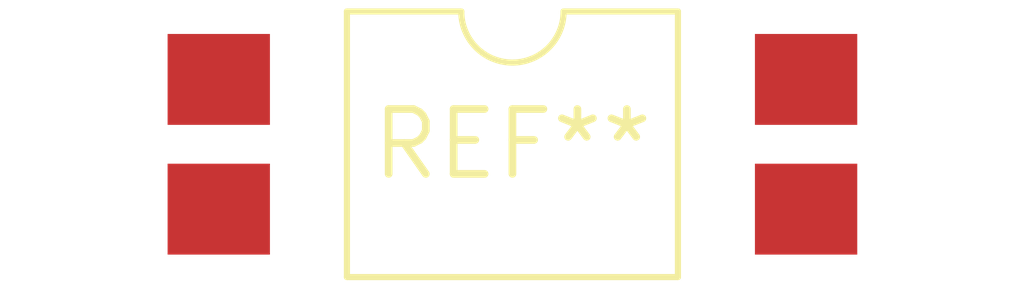
<source format=kicad_pcb>
(kicad_pcb (version 20240108) (generator pcbnew)
  (layers (0 "F.Cu" signal) (31 "B.Cu" signal) (34 "B.Paste" user) (35 "F.Paste" user) (36 "B.SilkS" user "B.Silkscreen") (37 "F.SilkS" user "F.Silkscreen") (38 "B.Mask" user) (39 "F.Mask" user) (44 "Edge.Cuts" user))
  (net 0 "")
  (footprint "SMDIP-4_W11.48mm" (layer "F.Cu") (at 0 0)
    (property "Reference" "REF**")
    (property "Value" "SMDIP-4_W11.48mm")
    (fp_line (start -3.235 -2.6) (end -3.235 2.6) (layer "F.SilkS") (stroke (width 0.12)))
    (fp_line (start -3.235 2.6) (end 3.235 2.6) (layer "F.SilkS") (stroke (width 0.12)))
    (fp_line (start -1 -2.6) (end -3.235 -2.6) (layer "F.SilkS") (stroke (width 0.12)))
    (fp_line (start 3.235 -2.6) (end 1 -2.6) (layer "F.SilkS") (stroke (width 0.12)))
    (fp_line (start 3.235 2.6) (end 3.235 -2.6) (layer "F.SilkS") (stroke (width 0.12)))
    (fp_arc (start 1 -2.6) (mid 0 -1.6) (end -1 -2.6) (layer "F.SilkS") (stroke (width 0.12)))
    (pad "1" smd rect (at -5.74 -1.27) (size 2 1.78) (layers "F.Cu" "F.Paste" "F.Mask"))
    (pad "2" smd rect (at -5.74 1.27) (size 2 1.78) (layers "F.Cu" "F.Paste" "F.Mask"))
    (pad "3" smd rect (at 5.74 1.27) (size 2 1.78) (layers "F.Cu" "F.Paste" "F.Mask"))
    (pad "4" smd rect (at 5.74 -1.27) (size 2 1.78) (layers "F.Cu" "F.Paste" "F.Mask"))
  )
)
</source>
